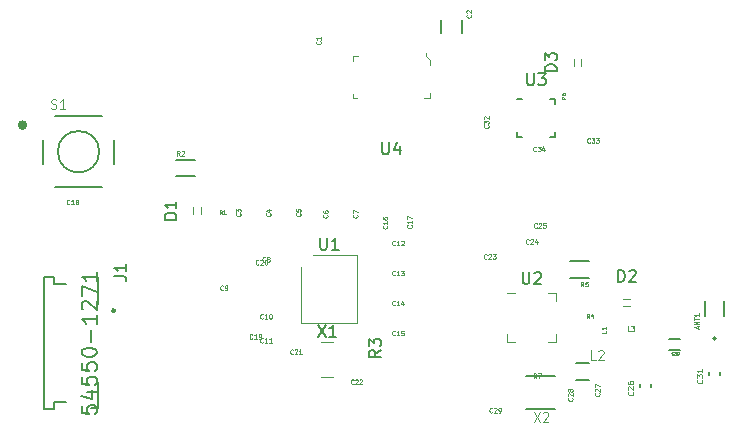
<source format=gbr>
%TF.GenerationSoftware,KiCad,Pcbnew,(5.1.6-0)*%
%TF.CreationDate,2020-10-11T20:53:06-05:00*%
%TF.ProjectId,BatBot,42617442-6f74-42e6-9b69-6361645f7063,rev?*%
%TF.SameCoordinates,Original*%
%TF.FileFunction,Legend,Top*%
%TF.FilePolarity,Positive*%
%FSLAX46Y46*%
G04 Gerber Fmt 4.6, Leading zero omitted, Abs format (unit mm)*
G04 Created by KiCad (PCBNEW (5.1.6-0)) date 2020-10-11 20:53:06*
%MOMM*%
%LPD*%
G01*
G04 APERTURE LIST*
%ADD10C,0.120000*%
%ADD11C,0.100000*%
%ADD12C,0.127000*%
%ADD13C,0.400000*%
%ADD14C,0.200000*%
%ADD15C,0.150000*%
%ADD16C,0.249999*%
%ADD17C,0.015000*%
G04 APERTURE END LIST*
D10*
%TO.C,U1*%
X120042500Y-108308500D02*
X120042500Y-103511500D01*
X124813500Y-108308500D02*
X120042500Y-108308500D01*
X124813500Y-102511500D02*
X124813500Y-108308500D01*
X121042500Y-102511500D02*
X124813500Y-102511500D01*
D11*
%TO.C,X1*%
X122277001Y-109897001D02*
X121777001Y-109897001D01*
X122277001Y-109897001D02*
X122777001Y-109897001D01*
X122277001Y-112897001D02*
X122777001Y-112897001D01*
X121777001Y-112897001D02*
X122277001Y-112897001D01*
D12*
%TO.C,X2*%
X141585000Y-112753000D02*
X139085000Y-112753000D01*
X139085000Y-115593000D02*
X141585000Y-115593000D01*
D13*
%TO.C,S1*%
X96669000Y-91539500D02*
G75*
G03*
X96669000Y-91539500I-200000J0D01*
G01*
D12*
X102969000Y-93789500D02*
G75*
G03*
X102969000Y-93789500I-1750000J0D01*
G01*
X99219000Y-96789500D02*
X103219000Y-96789500D01*
X99219000Y-90789500D02*
X103219000Y-90789500D01*
X104219000Y-92789500D02*
X104219000Y-94789500D01*
X98219000Y-92789500D02*
X98219000Y-94789500D01*
%TO.C,R5*%
X144437000Y-103069000D02*
X142837000Y-103069000D01*
X144437000Y-104449000D02*
X142837000Y-104449000D01*
%TO.C,R2*%
X109464000Y-95876500D02*
X111064000Y-95876500D01*
X109464000Y-94496500D02*
X111064000Y-94496500D01*
%TO.C,L2*%
X144421000Y-113080000D02*
X143361000Y-113080000D01*
X143361000Y-111710000D02*
X144421000Y-111710000D01*
%TO.C,C31*%
X155517000Y-112711000D02*
X155517000Y-112411000D01*
X154617000Y-112711000D02*
X154617000Y-112411000D01*
%TO.C,C30*%
X152187000Y-109629000D02*
X151187000Y-109629000D01*
X151187000Y-110589000D02*
X152187000Y-110589000D01*
%TO.C,C26*%
X149675000Y-113727000D02*
X149675000Y-113427000D01*
X148775000Y-113727000D02*
X148775000Y-113427000D01*
%TO.C,C2*%
X131878500Y-82645500D02*
X131878500Y-83725500D01*
X133678500Y-82645500D02*
X133678500Y-83725500D01*
%TO.C,ANT1*%
X155867000Y-107661000D02*
X155867000Y-106461000D01*
X154267000Y-107661000D02*
X154267000Y-106461000D01*
D14*
X155167000Y-109619000D02*
G75*
G03*
X155167000Y-109619000I-100000J0D01*
G01*
D11*
%TO.C,U4*%
X124423500Y-89214500D02*
X124423500Y-88914500D01*
X124798500Y-89214500D02*
X124423500Y-89214500D01*
X130973500Y-89214500D02*
X130973500Y-88814500D01*
X130473500Y-89214500D02*
X130973500Y-89214500D01*
X124423500Y-85664500D02*
X124873500Y-85664500D01*
X124423500Y-86139500D02*
X124423500Y-85664500D01*
X130673500Y-85664500D02*
X130673500Y-85469500D01*
X130973500Y-85989500D02*
X130673500Y-85664500D01*
X130973500Y-86464500D02*
X130973500Y-85989500D01*
D15*
%TO.C,U3*%
X138355501Y-89350001D02*
X138755501Y-89350001D01*
X141555501Y-89350001D02*
X141155501Y-89350001D01*
X141555501Y-89350001D02*
X141555501Y-89750001D01*
X141555501Y-92550001D02*
X141155501Y-92550001D01*
X141555501Y-92550001D02*
X141555501Y-92150001D01*
X138355501Y-92550001D02*
X138755501Y-92550001D01*
X138355501Y-92550001D02*
X138355501Y-92150001D01*
D10*
%TO.C,U2*%
X138188000Y-105713000D02*
X137463000Y-105713000D01*
X141683000Y-109933000D02*
X141683000Y-109208000D01*
X140958000Y-109933000D02*
X141683000Y-109933000D01*
X137463000Y-109933000D02*
X137463000Y-109208000D01*
X138188000Y-109933000D02*
X137463000Y-109933000D01*
X141683000Y-105713000D02*
X141683000Y-106438000D01*
X140958000Y-105713000D02*
X141683000Y-105713000D01*
D16*
%TO.C,J1*%
X104309202Y-107231995D02*
G75*
G03*
X104309202Y-107231995I-125001J0D01*
G01*
D15*
X99134201Y-104981997D02*
X100184199Y-104981997D01*
X102284200Y-104431998D02*
X102884201Y-104431998D01*
X102884201Y-104431998D02*
X102884201Y-106681996D01*
X99134201Y-104381996D02*
X99134201Y-104981997D01*
X98334200Y-104381996D02*
X98334200Y-115581999D01*
X98334185Y-104382004D02*
X99134201Y-104382004D01*
X102884201Y-113282001D02*
X102884201Y-115531999D01*
X99134224Y-114982000D02*
X100184199Y-114982000D01*
X99134224Y-114982000D02*
X99134224Y-115581999D01*
X102284200Y-115531999D02*
X102884201Y-115531999D01*
X98334185Y-115581999D02*
X99134201Y-115581999D01*
D10*
%TO.C,D3*%
X143146500Y-86533000D02*
X143146500Y-85933000D01*
X143746500Y-86533000D02*
X143746500Y-85933000D01*
%TO.C,D2*%
X147339000Y-106253000D02*
X147939000Y-106253000D01*
X147339000Y-106853000D02*
X147939000Y-106853000D01*
%TO.C,D1*%
X110952000Y-99106000D02*
X110952000Y-98506000D01*
X111552000Y-99106000D02*
X111552000Y-98506000D01*
%TO.C,U1*%
D15*
X121666095Y-101088880D02*
X121666095Y-101898404D01*
X121713714Y-101993642D01*
X121761333Y-102041261D01*
X121856571Y-102088880D01*
X122047047Y-102088880D01*
X122142285Y-102041261D01*
X122189904Y-101993642D01*
X122237523Y-101898404D01*
X122237523Y-101088880D01*
X123237523Y-102088880D02*
X122666095Y-102088880D01*
X122951809Y-102088880D02*
X122951809Y-101088880D01*
X122856571Y-101231738D01*
X122761333Y-101326976D01*
X122666095Y-101374595D01*
%TO.C,X1*%
X121467477Y-108469381D02*
X122134143Y-109469381D01*
X122134143Y-108469381D02*
X121467477Y-109469381D01*
X123038905Y-109469381D02*
X122467477Y-109469381D01*
X122753191Y-109469381D02*
X122753191Y-108469381D01*
X122657953Y-108612239D01*
X122562715Y-108707477D01*
X122467477Y-108755096D01*
%TO.C,C21*%
D17*
X119375906Y-110886607D02*
X119357158Y-110905355D01*
X119300915Y-110924102D01*
X119263420Y-110924102D01*
X119207177Y-110905355D01*
X119169682Y-110867859D01*
X119150934Y-110830364D01*
X119132186Y-110755373D01*
X119132186Y-110699130D01*
X119150934Y-110624140D01*
X119169682Y-110586644D01*
X119207177Y-110549149D01*
X119263420Y-110530401D01*
X119300915Y-110530401D01*
X119357158Y-110549149D01*
X119375906Y-110567897D01*
X119525887Y-110567897D02*
X119544635Y-110549149D01*
X119582130Y-110530401D01*
X119675869Y-110530401D01*
X119713364Y-110549149D01*
X119732112Y-110567897D01*
X119750859Y-110605392D01*
X119750859Y-110642887D01*
X119732112Y-110699130D01*
X119507140Y-110924102D01*
X119750859Y-110924102D01*
X120125813Y-110924102D02*
X119900841Y-110924102D01*
X120013327Y-110924102D02*
X120013327Y-110530401D01*
X119975831Y-110586644D01*
X119938336Y-110624140D01*
X119900841Y-110642887D01*
%TO.C,C22*%
X124502406Y-113422607D02*
X124483658Y-113441355D01*
X124427415Y-113460102D01*
X124389920Y-113460102D01*
X124333677Y-113441355D01*
X124296182Y-113403859D01*
X124277434Y-113366364D01*
X124258686Y-113291373D01*
X124258686Y-113235130D01*
X124277434Y-113160140D01*
X124296182Y-113122644D01*
X124333677Y-113085149D01*
X124389920Y-113066401D01*
X124427415Y-113066401D01*
X124483658Y-113085149D01*
X124502406Y-113103897D01*
X124652387Y-113103897D02*
X124671135Y-113085149D01*
X124708630Y-113066401D01*
X124802369Y-113066401D01*
X124839864Y-113085149D01*
X124858612Y-113103897D01*
X124877359Y-113141392D01*
X124877359Y-113178887D01*
X124858612Y-113235130D01*
X124633640Y-113460102D01*
X124877359Y-113460102D01*
X125027341Y-113103897D02*
X125046088Y-113085149D01*
X125083584Y-113066401D01*
X125177322Y-113066401D01*
X125214817Y-113085149D01*
X125233565Y-113103897D01*
X125252313Y-113141392D01*
X125252313Y-113178887D01*
X125233565Y-113235130D01*
X125008593Y-113460102D01*
X125252313Y-113460102D01*
%TO.C,X2*%
X139747380Y-115842904D02*
X140280714Y-116642904D01*
X140280714Y-115842904D02*
X139747380Y-116642904D01*
X140547380Y-115919095D02*
X140585476Y-115881000D01*
X140661666Y-115842904D01*
X140852142Y-115842904D01*
X140928333Y-115881000D01*
X140966428Y-115919095D01*
X141004523Y-115995285D01*
X141004523Y-116071476D01*
X140966428Y-116185761D01*
X140509285Y-116642904D01*
X141004523Y-116642904D01*
%TO.C,S1*%
X98895984Y-90099784D02*
X99010440Y-90137936D01*
X99201202Y-90137936D01*
X99277506Y-90099784D01*
X99315658Y-90061631D01*
X99353811Y-89985327D01*
X99353811Y-89909022D01*
X99315658Y-89832718D01*
X99277506Y-89794566D01*
X99201202Y-89756413D01*
X99048593Y-89718261D01*
X98972288Y-89680109D01*
X98934136Y-89641957D01*
X98895984Y-89565652D01*
X98895984Y-89489348D01*
X98934136Y-89413043D01*
X98972288Y-89374891D01*
X99048593Y-89336739D01*
X99239354Y-89336739D01*
X99353811Y-89374891D01*
X100116855Y-90137936D02*
X99659028Y-90137936D01*
X99887942Y-90137936D02*
X99887942Y-89336739D01*
X99811637Y-89451195D01*
X99735333Y-89527500D01*
X99659028Y-89565652D01*
%TO.C,R7*%
X139979383Y-112945102D02*
X139848149Y-112757626D01*
X139754411Y-112945102D02*
X139754411Y-112551401D01*
X139904392Y-112551401D01*
X139941887Y-112570149D01*
X139960635Y-112588897D01*
X139979383Y-112626392D01*
X139979383Y-112682635D01*
X139960635Y-112720130D01*
X139941887Y-112738878D01*
X139904392Y-112757626D01*
X139754411Y-112757626D01*
X140110616Y-112551401D02*
X140373084Y-112551401D01*
X140204355Y-112945102D01*
%TO.C,R6*%
X142447141Y-89147667D02*
X142293876Y-89254953D01*
X142447141Y-89331586D02*
X142125284Y-89331586D01*
X142125284Y-89208973D01*
X142140611Y-89178320D01*
X142155938Y-89162994D01*
X142186591Y-89147667D01*
X142232570Y-89147667D01*
X142263223Y-89162994D01*
X142278550Y-89178320D01*
X142293876Y-89208973D01*
X142293876Y-89331586D01*
X142125284Y-88871790D02*
X142125284Y-88933096D01*
X142140611Y-88963749D01*
X142155938Y-88979076D01*
X142201917Y-89009729D01*
X142263223Y-89025055D01*
X142385835Y-89025055D01*
X142416488Y-89009729D01*
X142431815Y-88994402D01*
X142447141Y-88963749D01*
X142447141Y-88902443D01*
X142431815Y-88871790D01*
X142416488Y-88856463D01*
X142385835Y-88841137D01*
X142309203Y-88841137D01*
X142278550Y-88856463D01*
X142263223Y-88871790D01*
X142247897Y-88902443D01*
X142247897Y-88963749D01*
X142263223Y-88994402D01*
X142278550Y-89009729D01*
X142309203Y-89025055D01*
%TO.C,R5*%
X143974272Y-105198304D02*
X143835698Y-105000340D01*
X143736716Y-105198304D02*
X143736716Y-104782581D01*
X143895087Y-104782581D01*
X143934680Y-104802377D01*
X143954476Y-104822173D01*
X143974272Y-104861766D01*
X143974272Y-104921155D01*
X143954476Y-104960748D01*
X143934680Y-104980544D01*
X143895087Y-105000340D01*
X143736716Y-105000340D01*
X144350403Y-104782581D02*
X144152439Y-104782581D01*
X144132643Y-104980544D01*
X144152439Y-104960748D01*
X144192032Y-104940951D01*
X144291014Y-104940951D01*
X144330606Y-104960748D01*
X144350403Y-104980544D01*
X144370199Y-105020137D01*
X144370199Y-105119118D01*
X144350403Y-105158711D01*
X144330606Y-105178507D01*
X144291014Y-105198304D01*
X144192032Y-105198304D01*
X144152439Y-105178507D01*
X144132643Y-105158711D01*
%TO.C,R4*%
X144465382Y-107843561D02*
X144358096Y-107690296D01*
X144281463Y-107843561D02*
X144281463Y-107521704D01*
X144404076Y-107521704D01*
X144434729Y-107537031D01*
X144450055Y-107552358D01*
X144465382Y-107583011D01*
X144465382Y-107628990D01*
X144450055Y-107659643D01*
X144434729Y-107674970D01*
X144404076Y-107690296D01*
X144281463Y-107690296D01*
X144741259Y-107628990D02*
X144741259Y-107843561D01*
X144664626Y-107506378D02*
X144587994Y-107736276D01*
X144787239Y-107736276D01*
%TO.C,R2*%
X109788152Y-94123326D02*
X109649578Y-93925362D01*
X109550596Y-94123326D02*
X109550596Y-93707603D01*
X109708967Y-93707603D01*
X109748560Y-93727399D01*
X109768356Y-93747195D01*
X109788152Y-93786788D01*
X109788152Y-93846177D01*
X109768356Y-93885770D01*
X109748560Y-93905566D01*
X109708967Y-93925362D01*
X109550596Y-93925362D01*
X109946523Y-93747195D02*
X109966319Y-93727399D01*
X110005912Y-93707603D01*
X110104894Y-93707603D01*
X110144486Y-93727399D01*
X110164283Y-93747195D01*
X110184079Y-93786788D01*
X110184079Y-93826381D01*
X110164283Y-93885770D01*
X109926727Y-94123326D01*
X110184079Y-94123326D01*
%TO.C,R1*%
X113364332Y-99076641D02*
X113257046Y-98923376D01*
X113180413Y-99076641D02*
X113180413Y-98754784D01*
X113303026Y-98754784D01*
X113333679Y-98770111D01*
X113349005Y-98785438D01*
X113364332Y-98816091D01*
X113364332Y-98862070D01*
X113349005Y-98892723D01*
X113333679Y-98908050D01*
X113303026Y-98923376D01*
X113180413Y-98923376D01*
X113670862Y-99076641D02*
X113486944Y-99076641D01*
X113578903Y-99076641D02*
X113578903Y-98754784D01*
X113548250Y-98800764D01*
X113517597Y-98831417D01*
X113486944Y-98846744D01*
%TO.C,L3*%
X147937383Y-108967102D02*
X147749906Y-108967102D01*
X147749906Y-108573401D01*
X148031121Y-108573401D02*
X148274841Y-108573401D01*
X148143607Y-108723383D01*
X148199850Y-108723383D01*
X148237345Y-108742130D01*
X148256093Y-108760878D01*
X148274841Y-108798373D01*
X148274841Y-108892112D01*
X148256093Y-108929607D01*
X148237345Y-108948355D01*
X148199850Y-108967102D01*
X148087364Y-108967102D01*
X148049869Y-108948355D01*
X148031121Y-108929607D01*
%TO.C,L2*%
X144997666Y-111408904D02*
X144616714Y-111408904D01*
X144616714Y-110608904D01*
X145226238Y-110685095D02*
X145264333Y-110647000D01*
X145340523Y-110608904D01*
X145531000Y-110608904D01*
X145607190Y-110647000D01*
X145645285Y-110685095D01*
X145683380Y-110761285D01*
X145683380Y-110837476D01*
X145645285Y-110951761D01*
X145188142Y-111408904D01*
X145683380Y-111408904D01*
%TO.C,L1*%
X145897102Y-108952616D02*
X145897102Y-109140093D01*
X145503401Y-109140093D01*
X145897102Y-108615158D02*
X145897102Y-108840130D01*
X145897102Y-108727644D02*
X145503401Y-108727644D01*
X145559644Y-108765140D01*
X145597140Y-108802635D01*
X145615887Y-108840130D01*
%TO.C,C34*%
X139959406Y-93709607D02*
X139940658Y-93728355D01*
X139884415Y-93747102D01*
X139846920Y-93747102D01*
X139790677Y-93728355D01*
X139753182Y-93690859D01*
X139734434Y-93653364D01*
X139715686Y-93578373D01*
X139715686Y-93522130D01*
X139734434Y-93447140D01*
X139753182Y-93409644D01*
X139790677Y-93372149D01*
X139846920Y-93353401D01*
X139884415Y-93353401D01*
X139940658Y-93372149D01*
X139959406Y-93390897D01*
X140090640Y-93353401D02*
X140334359Y-93353401D01*
X140203126Y-93503383D01*
X140259369Y-93503383D01*
X140296864Y-93522130D01*
X140315612Y-93540878D01*
X140334359Y-93578373D01*
X140334359Y-93672112D01*
X140315612Y-93709607D01*
X140296864Y-93728355D01*
X140259369Y-93747102D01*
X140146883Y-93747102D01*
X140109387Y-93728355D01*
X140090640Y-93709607D01*
X140671817Y-93484635D02*
X140671817Y-93747102D01*
X140578079Y-93334654D02*
X140484341Y-93615869D01*
X140728060Y-93615869D01*
%TO.C,C33*%
X144528406Y-93007607D02*
X144509658Y-93026355D01*
X144453415Y-93045102D01*
X144415920Y-93045102D01*
X144359677Y-93026355D01*
X144322182Y-92988859D01*
X144303434Y-92951364D01*
X144284686Y-92876373D01*
X144284686Y-92820130D01*
X144303434Y-92745140D01*
X144322182Y-92707644D01*
X144359677Y-92670149D01*
X144415920Y-92651401D01*
X144453415Y-92651401D01*
X144509658Y-92670149D01*
X144528406Y-92688897D01*
X144659640Y-92651401D02*
X144903359Y-92651401D01*
X144772126Y-92801383D01*
X144828369Y-92801383D01*
X144865864Y-92820130D01*
X144884612Y-92838878D01*
X144903359Y-92876373D01*
X144903359Y-92970112D01*
X144884612Y-93007607D01*
X144865864Y-93026355D01*
X144828369Y-93045102D01*
X144715883Y-93045102D01*
X144678387Y-93026355D01*
X144659640Y-93007607D01*
X145034593Y-92651401D02*
X145278313Y-92651401D01*
X145147079Y-92801383D01*
X145203322Y-92801383D01*
X145240817Y-92820130D01*
X145259565Y-92838878D01*
X145278313Y-92876373D01*
X145278313Y-92970112D01*
X145259565Y-93007607D01*
X145240817Y-93026355D01*
X145203322Y-93045102D01*
X145090836Y-93045102D01*
X145053341Y-93026355D01*
X145034593Y-93007607D01*
%TO.C,C32*%
X135903107Y-91552093D02*
X135921855Y-91570841D01*
X135940602Y-91627084D01*
X135940602Y-91664579D01*
X135921855Y-91720822D01*
X135884359Y-91758317D01*
X135846864Y-91777065D01*
X135771873Y-91795813D01*
X135715630Y-91795813D01*
X135640640Y-91777065D01*
X135603144Y-91758317D01*
X135565649Y-91720822D01*
X135546901Y-91664579D01*
X135546901Y-91627084D01*
X135565649Y-91570841D01*
X135584397Y-91552093D01*
X135546901Y-91420859D02*
X135546901Y-91177140D01*
X135696883Y-91308373D01*
X135696883Y-91252130D01*
X135715630Y-91214635D01*
X135734378Y-91195887D01*
X135771873Y-91177140D01*
X135865612Y-91177140D01*
X135903107Y-91195887D01*
X135921855Y-91214635D01*
X135940602Y-91252130D01*
X135940602Y-91364616D01*
X135921855Y-91402112D01*
X135903107Y-91420859D01*
X135584397Y-91027158D02*
X135565649Y-91008411D01*
X135546901Y-90970915D01*
X135546901Y-90877177D01*
X135565649Y-90839682D01*
X135584397Y-90820934D01*
X135621892Y-90802186D01*
X135659387Y-90802186D01*
X135715630Y-90820934D01*
X135940602Y-91045906D01*
X135940602Y-90802186D01*
%TO.C,C31*%
X153997056Y-113101565D02*
X154019631Y-113124139D01*
X154042205Y-113191863D01*
X154042205Y-113237013D01*
X154019631Y-113304736D01*
X153974482Y-113349886D01*
X153929332Y-113372460D01*
X153839034Y-113395035D01*
X153771310Y-113395035D01*
X153681011Y-113372460D01*
X153635862Y-113349886D01*
X153590713Y-113304736D01*
X153568138Y-113237013D01*
X153568138Y-113191863D01*
X153590713Y-113124139D01*
X153613288Y-113101565D01*
X153568138Y-112943543D02*
X153568138Y-112650072D01*
X153748735Y-112808095D01*
X153748735Y-112740371D01*
X153771310Y-112695222D01*
X153793885Y-112672647D01*
X153839034Y-112650072D01*
X153951907Y-112650072D01*
X153997056Y-112672647D01*
X154019631Y-112695222D01*
X154042205Y-112740371D01*
X154042205Y-112875819D01*
X154019631Y-112920968D01*
X153997056Y-112943543D01*
X154042205Y-112198580D02*
X154042205Y-112469476D01*
X154042205Y-112334028D02*
X153568138Y-112334028D01*
X153635862Y-112379177D01*
X153681011Y-112424326D01*
X153703586Y-112469476D01*
%TO.C,C30*%
X151569828Y-110953599D02*
X151558311Y-110965116D01*
X151523761Y-110976633D01*
X151500727Y-110976633D01*
X151466176Y-110965116D01*
X151443143Y-110942082D01*
X151431626Y-110919048D01*
X151420109Y-110872981D01*
X151420109Y-110838430D01*
X151431626Y-110792363D01*
X151443143Y-110769329D01*
X151466176Y-110746296D01*
X151500727Y-110734779D01*
X151523761Y-110734779D01*
X151558311Y-110746296D01*
X151569828Y-110757812D01*
X151650446Y-110734779D02*
X151800165Y-110734779D01*
X151719547Y-110826914D01*
X151754098Y-110826914D01*
X151777131Y-110838430D01*
X151788648Y-110849947D01*
X151800165Y-110872981D01*
X151800165Y-110930565D01*
X151788648Y-110953599D01*
X151777131Y-110965116D01*
X151754098Y-110976633D01*
X151684997Y-110976633D01*
X151661963Y-110965116D01*
X151650446Y-110953599D01*
X151949884Y-110734779D02*
X151972918Y-110734779D01*
X151995952Y-110746296D01*
X152007469Y-110757812D01*
X152018985Y-110780846D01*
X152030502Y-110826914D01*
X152030502Y-110884498D01*
X152018985Y-110930565D01*
X152007469Y-110953599D01*
X151995952Y-110965116D01*
X151972918Y-110976633D01*
X151949884Y-110976633D01*
X151926851Y-110965116D01*
X151915334Y-110953599D01*
X151903817Y-110930565D01*
X151892300Y-110884498D01*
X151892300Y-110826914D01*
X151903817Y-110780846D01*
X151915334Y-110757812D01*
X151926851Y-110746296D01*
X151949884Y-110734779D01*
%TO.C,C29*%
X136249906Y-115835607D02*
X136231158Y-115854355D01*
X136174915Y-115873102D01*
X136137420Y-115873102D01*
X136081177Y-115854355D01*
X136043682Y-115816859D01*
X136024934Y-115779364D01*
X136006186Y-115704373D01*
X136006186Y-115648130D01*
X136024934Y-115573140D01*
X136043682Y-115535644D01*
X136081177Y-115498149D01*
X136137420Y-115479401D01*
X136174915Y-115479401D01*
X136231158Y-115498149D01*
X136249906Y-115516897D01*
X136399887Y-115516897D02*
X136418635Y-115498149D01*
X136456130Y-115479401D01*
X136549869Y-115479401D01*
X136587364Y-115498149D01*
X136606112Y-115516897D01*
X136624859Y-115554392D01*
X136624859Y-115591887D01*
X136606112Y-115648130D01*
X136381140Y-115873102D01*
X136624859Y-115873102D01*
X136812336Y-115873102D02*
X136887327Y-115873102D01*
X136924822Y-115854355D01*
X136943570Y-115835607D01*
X136981065Y-115779364D01*
X136999813Y-115704373D01*
X136999813Y-115554392D01*
X136981065Y-115516897D01*
X136962317Y-115498149D01*
X136924822Y-115479401D01*
X136849831Y-115479401D01*
X136812336Y-115498149D01*
X136793588Y-115516897D01*
X136774841Y-115554392D01*
X136774841Y-115648130D01*
X136793588Y-115685626D01*
X136812336Y-115704373D01*
X136849831Y-115723121D01*
X136924822Y-115723121D01*
X136962317Y-115704373D01*
X136981065Y-115685626D01*
X136999813Y-115648130D01*
%TO.C,C28*%
X143017607Y-114631093D02*
X143036355Y-114649841D01*
X143055102Y-114706084D01*
X143055102Y-114743579D01*
X143036355Y-114799822D01*
X142998859Y-114837317D01*
X142961364Y-114856065D01*
X142886373Y-114874813D01*
X142830130Y-114874813D01*
X142755140Y-114856065D01*
X142717644Y-114837317D01*
X142680149Y-114799822D01*
X142661401Y-114743579D01*
X142661401Y-114706084D01*
X142680149Y-114649841D01*
X142698897Y-114631093D01*
X142698897Y-114481112D02*
X142680149Y-114462364D01*
X142661401Y-114424869D01*
X142661401Y-114331130D01*
X142680149Y-114293635D01*
X142698897Y-114274887D01*
X142736392Y-114256140D01*
X142773887Y-114256140D01*
X142830130Y-114274887D01*
X143055102Y-114499859D01*
X143055102Y-114256140D01*
X142830130Y-114031168D02*
X142811383Y-114068663D01*
X142792635Y-114087411D01*
X142755140Y-114106158D01*
X142736392Y-114106158D01*
X142698897Y-114087411D01*
X142680149Y-114068663D01*
X142661401Y-114031168D01*
X142661401Y-113956177D01*
X142680149Y-113918682D01*
X142698897Y-113899934D01*
X142736392Y-113881186D01*
X142755140Y-113881186D01*
X142792635Y-113899934D01*
X142811383Y-113918682D01*
X142830130Y-113956177D01*
X142830130Y-114031168D01*
X142848878Y-114068663D01*
X142867626Y-114087411D01*
X142905121Y-114106158D01*
X142980112Y-114106158D01*
X143017607Y-114087411D01*
X143036355Y-114068663D01*
X143055102Y-114031168D01*
X143055102Y-113956177D01*
X143036355Y-113918682D01*
X143017607Y-113899934D01*
X142980112Y-113881186D01*
X142905121Y-113881186D01*
X142867626Y-113899934D01*
X142848878Y-113918682D01*
X142830130Y-113956177D01*
%TO.C,C27*%
X145301607Y-114227093D02*
X145320355Y-114245841D01*
X145339102Y-114302084D01*
X145339102Y-114339579D01*
X145320355Y-114395822D01*
X145282859Y-114433317D01*
X145245364Y-114452065D01*
X145170373Y-114470813D01*
X145114130Y-114470813D01*
X145039140Y-114452065D01*
X145001644Y-114433317D01*
X144964149Y-114395822D01*
X144945401Y-114339579D01*
X144945401Y-114302084D01*
X144964149Y-114245841D01*
X144982897Y-114227093D01*
X144982897Y-114077112D02*
X144964149Y-114058364D01*
X144945401Y-114020869D01*
X144945401Y-113927130D01*
X144964149Y-113889635D01*
X144982897Y-113870887D01*
X145020392Y-113852140D01*
X145057887Y-113852140D01*
X145114130Y-113870887D01*
X145339102Y-114095859D01*
X145339102Y-113852140D01*
X144945401Y-113720906D02*
X144945401Y-113458439D01*
X145339102Y-113627168D01*
%TO.C,C26*%
X148155056Y-114117565D02*
X148177631Y-114140139D01*
X148200205Y-114207863D01*
X148200205Y-114253013D01*
X148177631Y-114320736D01*
X148132482Y-114365886D01*
X148087332Y-114388460D01*
X147997034Y-114411035D01*
X147929310Y-114411035D01*
X147839011Y-114388460D01*
X147793862Y-114365886D01*
X147748713Y-114320736D01*
X147726138Y-114253013D01*
X147726138Y-114207863D01*
X147748713Y-114140139D01*
X147771288Y-114117565D01*
X147771288Y-113936968D02*
X147748713Y-113914393D01*
X147726138Y-113869244D01*
X147726138Y-113756371D01*
X147748713Y-113711222D01*
X147771288Y-113688647D01*
X147816437Y-113666072D01*
X147861586Y-113666072D01*
X147929310Y-113688647D01*
X148200205Y-113959543D01*
X148200205Y-113666072D01*
X147726138Y-113259729D02*
X147726138Y-113350028D01*
X147748713Y-113395177D01*
X147771288Y-113417752D01*
X147839011Y-113462901D01*
X147929310Y-113485476D01*
X148109907Y-113485476D01*
X148155056Y-113462901D01*
X148177631Y-113440326D01*
X148200205Y-113395177D01*
X148200205Y-113304879D01*
X148177631Y-113259729D01*
X148155056Y-113237155D01*
X148109907Y-113214580D01*
X147997034Y-113214580D01*
X147951885Y-113237155D01*
X147929310Y-113259729D01*
X147906735Y-113304879D01*
X147906735Y-113395177D01*
X147929310Y-113440326D01*
X147951885Y-113462901D01*
X147997034Y-113485476D01*
%TO.C,C25*%
X140029906Y-100205607D02*
X140011158Y-100224355D01*
X139954915Y-100243102D01*
X139917420Y-100243102D01*
X139861177Y-100224355D01*
X139823682Y-100186859D01*
X139804934Y-100149364D01*
X139786186Y-100074373D01*
X139786186Y-100018130D01*
X139804934Y-99943140D01*
X139823682Y-99905644D01*
X139861177Y-99868149D01*
X139917420Y-99849401D01*
X139954915Y-99849401D01*
X140011158Y-99868149D01*
X140029906Y-99886897D01*
X140179887Y-99886897D02*
X140198635Y-99868149D01*
X140236130Y-99849401D01*
X140329869Y-99849401D01*
X140367364Y-99868149D01*
X140386112Y-99886897D01*
X140404859Y-99924392D01*
X140404859Y-99961887D01*
X140386112Y-100018130D01*
X140161140Y-100243102D01*
X140404859Y-100243102D01*
X140761065Y-99849401D02*
X140573588Y-99849401D01*
X140554841Y-100036878D01*
X140573588Y-100018130D01*
X140611084Y-99999383D01*
X140704822Y-99999383D01*
X140742317Y-100018130D01*
X140761065Y-100036878D01*
X140779813Y-100074373D01*
X140779813Y-100168112D01*
X140761065Y-100205607D01*
X140742317Y-100224355D01*
X140704822Y-100243102D01*
X140611084Y-100243102D01*
X140573588Y-100224355D01*
X140554841Y-100205607D01*
%TO.C,C24*%
X139333906Y-101549607D02*
X139315158Y-101568355D01*
X139258915Y-101587102D01*
X139221420Y-101587102D01*
X139165177Y-101568355D01*
X139127682Y-101530859D01*
X139108934Y-101493364D01*
X139090186Y-101418373D01*
X139090186Y-101362130D01*
X139108934Y-101287140D01*
X139127682Y-101249644D01*
X139165177Y-101212149D01*
X139221420Y-101193401D01*
X139258915Y-101193401D01*
X139315158Y-101212149D01*
X139333906Y-101230897D01*
X139483887Y-101230897D02*
X139502635Y-101212149D01*
X139540130Y-101193401D01*
X139633869Y-101193401D01*
X139671364Y-101212149D01*
X139690112Y-101230897D01*
X139708859Y-101268392D01*
X139708859Y-101305887D01*
X139690112Y-101362130D01*
X139465140Y-101587102D01*
X139708859Y-101587102D01*
X140046317Y-101324635D02*
X140046317Y-101587102D01*
X139952579Y-101174654D02*
X139858841Y-101455869D01*
X140102560Y-101455869D01*
%TO.C,C23*%
X135777906Y-102819607D02*
X135759158Y-102838355D01*
X135702915Y-102857102D01*
X135665420Y-102857102D01*
X135609177Y-102838355D01*
X135571682Y-102800859D01*
X135552934Y-102763364D01*
X135534186Y-102688373D01*
X135534186Y-102632130D01*
X135552934Y-102557140D01*
X135571682Y-102519644D01*
X135609177Y-102482149D01*
X135665420Y-102463401D01*
X135702915Y-102463401D01*
X135759158Y-102482149D01*
X135777906Y-102500897D01*
X135927887Y-102500897D02*
X135946635Y-102482149D01*
X135984130Y-102463401D01*
X136077869Y-102463401D01*
X136115364Y-102482149D01*
X136134112Y-102500897D01*
X136152859Y-102538392D01*
X136152859Y-102575887D01*
X136134112Y-102632130D01*
X135909140Y-102857102D01*
X136152859Y-102857102D01*
X136284093Y-102463401D02*
X136527813Y-102463401D01*
X136396579Y-102613383D01*
X136452822Y-102613383D01*
X136490317Y-102632130D01*
X136509065Y-102650878D01*
X136527813Y-102688373D01*
X136527813Y-102782112D01*
X136509065Y-102819607D01*
X136490317Y-102838355D01*
X136452822Y-102857102D01*
X136340336Y-102857102D01*
X136302841Y-102838355D01*
X136284093Y-102819607D01*
%TO.C,C20*%
X116456906Y-103307607D02*
X116438158Y-103326355D01*
X116381915Y-103345102D01*
X116344420Y-103345102D01*
X116288177Y-103326355D01*
X116250682Y-103288859D01*
X116231934Y-103251364D01*
X116213186Y-103176373D01*
X116213186Y-103120130D01*
X116231934Y-103045140D01*
X116250682Y-103007644D01*
X116288177Y-102970149D01*
X116344420Y-102951401D01*
X116381915Y-102951401D01*
X116438158Y-102970149D01*
X116456906Y-102988897D01*
X116606887Y-102988897D02*
X116625635Y-102970149D01*
X116663130Y-102951401D01*
X116756869Y-102951401D01*
X116794364Y-102970149D01*
X116813112Y-102988897D01*
X116831859Y-103026392D01*
X116831859Y-103063887D01*
X116813112Y-103120130D01*
X116588140Y-103345102D01*
X116831859Y-103345102D01*
X117075579Y-102951401D02*
X117113074Y-102951401D01*
X117150570Y-102970149D01*
X117169317Y-102988897D01*
X117188065Y-103026392D01*
X117206813Y-103101383D01*
X117206813Y-103195121D01*
X117188065Y-103270112D01*
X117169317Y-103307607D01*
X117150570Y-103326355D01*
X117113074Y-103345102D01*
X117075579Y-103345102D01*
X117038084Y-103326355D01*
X117019336Y-103307607D01*
X117000588Y-103270112D01*
X116981841Y-103195121D01*
X116981841Y-103101383D01*
X117000588Y-103026392D01*
X117019336Y-102988897D01*
X117038084Y-102970149D01*
X117075579Y-102951401D01*
%TO.C,C19*%
X115948906Y-109594107D02*
X115930158Y-109612855D01*
X115873915Y-109631602D01*
X115836420Y-109631602D01*
X115780177Y-109612855D01*
X115742682Y-109575359D01*
X115723934Y-109537864D01*
X115705186Y-109462873D01*
X115705186Y-109406630D01*
X115723934Y-109331640D01*
X115742682Y-109294144D01*
X115780177Y-109256649D01*
X115836420Y-109237901D01*
X115873915Y-109237901D01*
X115930158Y-109256649D01*
X115948906Y-109275397D01*
X116323859Y-109631602D02*
X116098887Y-109631602D01*
X116211373Y-109631602D02*
X116211373Y-109237901D01*
X116173878Y-109294144D01*
X116136383Y-109331640D01*
X116098887Y-109350387D01*
X116511336Y-109631602D02*
X116586327Y-109631602D01*
X116623822Y-109612855D01*
X116642570Y-109594107D01*
X116680065Y-109537864D01*
X116698813Y-109462873D01*
X116698813Y-109312892D01*
X116680065Y-109275397D01*
X116661317Y-109256649D01*
X116623822Y-109237901D01*
X116548831Y-109237901D01*
X116511336Y-109256649D01*
X116492588Y-109275397D01*
X116473841Y-109312892D01*
X116473841Y-109406630D01*
X116492588Y-109444126D01*
X116511336Y-109462873D01*
X116548831Y-109481621D01*
X116623822Y-109481621D01*
X116661317Y-109462873D01*
X116680065Y-109444126D01*
X116698813Y-109406630D01*
%TO.C,C18*%
X100455906Y-98198107D02*
X100437158Y-98216855D01*
X100380915Y-98235602D01*
X100343420Y-98235602D01*
X100287177Y-98216855D01*
X100249682Y-98179359D01*
X100230934Y-98141864D01*
X100212186Y-98066873D01*
X100212186Y-98010630D01*
X100230934Y-97935640D01*
X100249682Y-97898144D01*
X100287177Y-97860649D01*
X100343420Y-97841901D01*
X100380915Y-97841901D01*
X100437158Y-97860649D01*
X100455906Y-97879397D01*
X100830859Y-98235602D02*
X100605887Y-98235602D01*
X100718373Y-98235602D02*
X100718373Y-97841901D01*
X100680878Y-97898144D01*
X100643383Y-97935640D01*
X100605887Y-97954387D01*
X101055831Y-98010630D02*
X101018336Y-97991883D01*
X100999588Y-97973135D01*
X100980841Y-97935640D01*
X100980841Y-97916892D01*
X100999588Y-97879397D01*
X101018336Y-97860649D01*
X101055831Y-97841901D01*
X101130822Y-97841901D01*
X101168317Y-97860649D01*
X101187065Y-97879397D01*
X101205813Y-97916892D01*
X101205813Y-97935640D01*
X101187065Y-97973135D01*
X101168317Y-97991883D01*
X101130822Y-98010630D01*
X101055831Y-98010630D01*
X101018336Y-98029378D01*
X100999588Y-98048126D01*
X100980841Y-98085621D01*
X100980841Y-98160612D01*
X100999588Y-98198107D01*
X101018336Y-98216855D01*
X101055831Y-98235602D01*
X101130822Y-98235602D01*
X101168317Y-98216855D01*
X101187065Y-98198107D01*
X101205813Y-98160612D01*
X101205813Y-98085621D01*
X101187065Y-98048126D01*
X101168317Y-98029378D01*
X101130822Y-98010630D01*
%TO.C,C17*%
X129396607Y-100007093D02*
X129415355Y-100025841D01*
X129434102Y-100082084D01*
X129434102Y-100119579D01*
X129415355Y-100175822D01*
X129377859Y-100213317D01*
X129340364Y-100232065D01*
X129265373Y-100250813D01*
X129209130Y-100250813D01*
X129134140Y-100232065D01*
X129096644Y-100213317D01*
X129059149Y-100175822D01*
X129040401Y-100119579D01*
X129040401Y-100082084D01*
X129059149Y-100025841D01*
X129077897Y-100007093D01*
X129434102Y-99632140D02*
X129434102Y-99857112D01*
X129434102Y-99744626D02*
X129040401Y-99744626D01*
X129096644Y-99782121D01*
X129134140Y-99819616D01*
X129152887Y-99857112D01*
X129040401Y-99500906D02*
X129040401Y-99238439D01*
X129434102Y-99407168D01*
%TO.C,C16*%
X127330607Y-100061093D02*
X127349355Y-100079841D01*
X127368102Y-100136084D01*
X127368102Y-100173579D01*
X127349355Y-100229822D01*
X127311859Y-100267317D01*
X127274364Y-100286065D01*
X127199373Y-100304813D01*
X127143130Y-100304813D01*
X127068140Y-100286065D01*
X127030644Y-100267317D01*
X126993149Y-100229822D01*
X126974401Y-100173579D01*
X126974401Y-100136084D01*
X126993149Y-100079841D01*
X127011897Y-100061093D01*
X127368102Y-99686140D02*
X127368102Y-99911112D01*
X127368102Y-99798626D02*
X126974401Y-99798626D01*
X127030644Y-99836121D01*
X127068140Y-99873616D01*
X127086887Y-99911112D01*
X126974401Y-99348682D02*
X126974401Y-99423672D01*
X126993149Y-99461168D01*
X127011897Y-99479915D01*
X127068140Y-99517411D01*
X127143130Y-99536158D01*
X127293112Y-99536158D01*
X127330607Y-99517411D01*
X127349355Y-99498663D01*
X127368102Y-99461168D01*
X127368102Y-99386177D01*
X127349355Y-99348682D01*
X127330607Y-99329934D01*
X127293112Y-99311186D01*
X127199373Y-99311186D01*
X127161878Y-99329934D01*
X127143130Y-99348682D01*
X127124383Y-99386177D01*
X127124383Y-99461168D01*
X127143130Y-99498663D01*
X127161878Y-99517411D01*
X127199373Y-99536158D01*
%TO.C,C15*%
X128014906Y-109310607D02*
X127996158Y-109329355D01*
X127939915Y-109348102D01*
X127902420Y-109348102D01*
X127846177Y-109329355D01*
X127808682Y-109291859D01*
X127789934Y-109254364D01*
X127771186Y-109179373D01*
X127771186Y-109123130D01*
X127789934Y-109048140D01*
X127808682Y-109010644D01*
X127846177Y-108973149D01*
X127902420Y-108954401D01*
X127939915Y-108954401D01*
X127996158Y-108973149D01*
X128014906Y-108991897D01*
X128389859Y-109348102D02*
X128164887Y-109348102D01*
X128277373Y-109348102D02*
X128277373Y-108954401D01*
X128239878Y-109010644D01*
X128202383Y-109048140D01*
X128164887Y-109066887D01*
X128746065Y-108954401D02*
X128558588Y-108954401D01*
X128539841Y-109141878D01*
X128558588Y-109123130D01*
X128596084Y-109104383D01*
X128689822Y-109104383D01*
X128727317Y-109123130D01*
X128746065Y-109141878D01*
X128764813Y-109179373D01*
X128764813Y-109273112D01*
X128746065Y-109310607D01*
X128727317Y-109329355D01*
X128689822Y-109348102D01*
X128596084Y-109348102D01*
X128558588Y-109329355D01*
X128539841Y-109310607D01*
%TO.C,C14*%
X128014906Y-106770607D02*
X127996158Y-106789355D01*
X127939915Y-106808102D01*
X127902420Y-106808102D01*
X127846177Y-106789355D01*
X127808682Y-106751859D01*
X127789934Y-106714364D01*
X127771186Y-106639373D01*
X127771186Y-106583130D01*
X127789934Y-106508140D01*
X127808682Y-106470644D01*
X127846177Y-106433149D01*
X127902420Y-106414401D01*
X127939915Y-106414401D01*
X127996158Y-106433149D01*
X128014906Y-106451897D01*
X128389859Y-106808102D02*
X128164887Y-106808102D01*
X128277373Y-106808102D02*
X128277373Y-106414401D01*
X128239878Y-106470644D01*
X128202383Y-106508140D01*
X128164887Y-106526887D01*
X128727317Y-106545635D02*
X128727317Y-106808102D01*
X128633579Y-106395654D02*
X128539841Y-106676869D01*
X128783560Y-106676869D01*
%TO.C,C13*%
X128014906Y-104230607D02*
X127996158Y-104249355D01*
X127939915Y-104268102D01*
X127902420Y-104268102D01*
X127846177Y-104249355D01*
X127808682Y-104211859D01*
X127789934Y-104174364D01*
X127771186Y-104099373D01*
X127771186Y-104043130D01*
X127789934Y-103968140D01*
X127808682Y-103930644D01*
X127846177Y-103893149D01*
X127902420Y-103874401D01*
X127939915Y-103874401D01*
X127996158Y-103893149D01*
X128014906Y-103911897D01*
X128389859Y-104268102D02*
X128164887Y-104268102D01*
X128277373Y-104268102D02*
X128277373Y-103874401D01*
X128239878Y-103930644D01*
X128202383Y-103968140D01*
X128164887Y-103986887D01*
X128521093Y-103874401D02*
X128764813Y-103874401D01*
X128633579Y-104024383D01*
X128689822Y-104024383D01*
X128727317Y-104043130D01*
X128746065Y-104061878D01*
X128764813Y-104099373D01*
X128764813Y-104193112D01*
X128746065Y-104230607D01*
X128727317Y-104249355D01*
X128689822Y-104268102D01*
X128577336Y-104268102D01*
X128539841Y-104249355D01*
X128521093Y-104230607D01*
%TO.C,C12*%
X128014906Y-101690607D02*
X127996158Y-101709355D01*
X127939915Y-101728102D01*
X127902420Y-101728102D01*
X127846177Y-101709355D01*
X127808682Y-101671859D01*
X127789934Y-101634364D01*
X127771186Y-101559373D01*
X127771186Y-101503130D01*
X127789934Y-101428140D01*
X127808682Y-101390644D01*
X127846177Y-101353149D01*
X127902420Y-101334401D01*
X127939915Y-101334401D01*
X127996158Y-101353149D01*
X128014906Y-101371897D01*
X128389859Y-101728102D02*
X128164887Y-101728102D01*
X128277373Y-101728102D02*
X128277373Y-101334401D01*
X128239878Y-101390644D01*
X128202383Y-101428140D01*
X128164887Y-101446887D01*
X128539841Y-101371897D02*
X128558588Y-101353149D01*
X128596084Y-101334401D01*
X128689822Y-101334401D01*
X128727317Y-101353149D01*
X128746065Y-101371897D01*
X128764813Y-101409392D01*
X128764813Y-101446887D01*
X128746065Y-101503130D01*
X128521093Y-101728102D01*
X128764813Y-101728102D01*
%TO.C,C11*%
X116842906Y-109918607D02*
X116824158Y-109937355D01*
X116767915Y-109956102D01*
X116730420Y-109956102D01*
X116674177Y-109937355D01*
X116636682Y-109899859D01*
X116617934Y-109862364D01*
X116599186Y-109787373D01*
X116599186Y-109731130D01*
X116617934Y-109656140D01*
X116636682Y-109618644D01*
X116674177Y-109581149D01*
X116730420Y-109562401D01*
X116767915Y-109562401D01*
X116824158Y-109581149D01*
X116842906Y-109599897D01*
X117217859Y-109956102D02*
X116992887Y-109956102D01*
X117105373Y-109956102D02*
X117105373Y-109562401D01*
X117067878Y-109618644D01*
X117030383Y-109656140D01*
X116992887Y-109674887D01*
X117592813Y-109956102D02*
X117367841Y-109956102D01*
X117480327Y-109956102D02*
X117480327Y-109562401D01*
X117442831Y-109618644D01*
X117405336Y-109656140D01*
X117367841Y-109674887D01*
%TO.C,C10*%
X116842906Y-107886607D02*
X116824158Y-107905355D01*
X116767915Y-107924102D01*
X116730420Y-107924102D01*
X116674177Y-107905355D01*
X116636682Y-107867859D01*
X116617934Y-107830364D01*
X116599186Y-107755373D01*
X116599186Y-107699130D01*
X116617934Y-107624140D01*
X116636682Y-107586644D01*
X116674177Y-107549149D01*
X116730420Y-107530401D01*
X116767915Y-107530401D01*
X116824158Y-107549149D01*
X116842906Y-107567897D01*
X117217859Y-107924102D02*
X116992887Y-107924102D01*
X117105373Y-107924102D02*
X117105373Y-107530401D01*
X117067878Y-107586644D01*
X117030383Y-107624140D01*
X116992887Y-107642887D01*
X117461579Y-107530401D02*
X117499074Y-107530401D01*
X117536570Y-107549149D01*
X117555317Y-107567897D01*
X117574065Y-107605392D01*
X117592813Y-107680383D01*
X117592813Y-107774121D01*
X117574065Y-107849112D01*
X117555317Y-107886607D01*
X117536570Y-107905355D01*
X117499074Y-107924102D01*
X117461579Y-107924102D01*
X117424084Y-107905355D01*
X117405336Y-107886607D01*
X117386588Y-107849112D01*
X117367841Y-107774121D01*
X117367841Y-107680383D01*
X117386588Y-107605392D01*
X117405336Y-107567897D01*
X117424084Y-107549149D01*
X117461579Y-107530401D01*
%TO.C,C9*%
X113453383Y-105473607D02*
X113434635Y-105492355D01*
X113378392Y-105511102D01*
X113340897Y-105511102D01*
X113284654Y-105492355D01*
X113247158Y-105454859D01*
X113228411Y-105417364D01*
X113209663Y-105342373D01*
X113209663Y-105286130D01*
X113228411Y-105211140D01*
X113247158Y-105173644D01*
X113284654Y-105136149D01*
X113340897Y-105117401D01*
X113378392Y-105117401D01*
X113434635Y-105136149D01*
X113453383Y-105154897D01*
X113640859Y-105511102D02*
X113715850Y-105511102D01*
X113753345Y-105492355D01*
X113772093Y-105473607D01*
X113809588Y-105417364D01*
X113828336Y-105342373D01*
X113828336Y-105192392D01*
X113809588Y-105154897D01*
X113790841Y-105136149D01*
X113753345Y-105117401D01*
X113678355Y-105117401D01*
X113640859Y-105136149D01*
X113622112Y-105154897D01*
X113603364Y-105192392D01*
X113603364Y-105286130D01*
X113622112Y-105323626D01*
X113640859Y-105342373D01*
X113678355Y-105361121D01*
X113753345Y-105361121D01*
X113790841Y-105342373D01*
X113809588Y-105323626D01*
X113828336Y-105286130D01*
%TO.C,C8*%
X117030383Y-103060607D02*
X117011635Y-103079355D01*
X116955392Y-103098102D01*
X116917897Y-103098102D01*
X116861654Y-103079355D01*
X116824158Y-103041859D01*
X116805411Y-103004364D01*
X116786663Y-102929373D01*
X116786663Y-102873130D01*
X116805411Y-102798140D01*
X116824158Y-102760644D01*
X116861654Y-102723149D01*
X116917897Y-102704401D01*
X116955392Y-102704401D01*
X117011635Y-102723149D01*
X117030383Y-102741897D01*
X117255355Y-102873130D02*
X117217859Y-102854383D01*
X117199112Y-102835635D01*
X117180364Y-102798140D01*
X117180364Y-102779392D01*
X117199112Y-102741897D01*
X117217859Y-102723149D01*
X117255355Y-102704401D01*
X117330345Y-102704401D01*
X117367841Y-102723149D01*
X117386588Y-102741897D01*
X117405336Y-102779392D01*
X117405336Y-102798140D01*
X117386588Y-102835635D01*
X117367841Y-102854383D01*
X117330345Y-102873130D01*
X117255355Y-102873130D01*
X117217859Y-102891878D01*
X117199112Y-102910626D01*
X117180364Y-102948121D01*
X117180364Y-103023112D01*
X117199112Y-103060607D01*
X117217859Y-103079355D01*
X117255355Y-103098102D01*
X117330345Y-103098102D01*
X117367841Y-103079355D01*
X117386588Y-103060607D01*
X117405336Y-103023112D01*
X117405336Y-102948121D01*
X117386588Y-102910626D01*
X117367841Y-102891878D01*
X117330345Y-102873130D01*
%TO.C,C7*%
X124804607Y-99127616D02*
X124823355Y-99146364D01*
X124842102Y-99202607D01*
X124842102Y-99240102D01*
X124823355Y-99296345D01*
X124785859Y-99333841D01*
X124748364Y-99352588D01*
X124673373Y-99371336D01*
X124617130Y-99371336D01*
X124542140Y-99352588D01*
X124504644Y-99333841D01*
X124467149Y-99296345D01*
X124448401Y-99240102D01*
X124448401Y-99202607D01*
X124467149Y-99146364D01*
X124485897Y-99127616D01*
X124448401Y-98996383D02*
X124448401Y-98733915D01*
X124842102Y-98902644D01*
%TO.C,C6*%
X122264607Y-99127616D02*
X122283355Y-99146364D01*
X122302102Y-99202607D01*
X122302102Y-99240102D01*
X122283355Y-99296345D01*
X122245859Y-99333841D01*
X122208364Y-99352588D01*
X122133373Y-99371336D01*
X122077130Y-99371336D01*
X122002140Y-99352588D01*
X121964644Y-99333841D01*
X121927149Y-99296345D01*
X121908401Y-99240102D01*
X121908401Y-99202607D01*
X121927149Y-99146364D01*
X121945897Y-99127616D01*
X121908401Y-98790158D02*
X121908401Y-98865149D01*
X121927149Y-98902644D01*
X121945897Y-98921392D01*
X122002140Y-98958887D01*
X122077130Y-98977635D01*
X122227112Y-98977635D01*
X122264607Y-98958887D01*
X122283355Y-98940140D01*
X122302102Y-98902644D01*
X122302102Y-98827654D01*
X122283355Y-98790158D01*
X122264607Y-98771411D01*
X122227112Y-98752663D01*
X122133373Y-98752663D01*
X122095878Y-98771411D01*
X122077130Y-98790158D01*
X122058383Y-98827654D01*
X122058383Y-98902644D01*
X122077130Y-98940140D01*
X122095878Y-98958887D01*
X122133373Y-98977635D01*
%TO.C,C5*%
X119978607Y-99021616D02*
X119997355Y-99040364D01*
X120016102Y-99096607D01*
X120016102Y-99134102D01*
X119997355Y-99190345D01*
X119959859Y-99227841D01*
X119922364Y-99246588D01*
X119847373Y-99265336D01*
X119791130Y-99265336D01*
X119716140Y-99246588D01*
X119678644Y-99227841D01*
X119641149Y-99190345D01*
X119622401Y-99134102D01*
X119622401Y-99096607D01*
X119641149Y-99040364D01*
X119659897Y-99021616D01*
X119622401Y-98665411D02*
X119622401Y-98852887D01*
X119809878Y-98871635D01*
X119791130Y-98852887D01*
X119772383Y-98815392D01*
X119772383Y-98721654D01*
X119791130Y-98684158D01*
X119809878Y-98665411D01*
X119847373Y-98646663D01*
X119941112Y-98646663D01*
X119978607Y-98665411D01*
X119997355Y-98684158D01*
X120016102Y-98721654D01*
X120016102Y-98815392D01*
X119997355Y-98852887D01*
X119978607Y-98871635D01*
%TO.C,C4*%
X117438607Y-99021616D02*
X117457355Y-99040364D01*
X117476102Y-99096607D01*
X117476102Y-99134102D01*
X117457355Y-99190345D01*
X117419859Y-99227841D01*
X117382364Y-99246588D01*
X117307373Y-99265336D01*
X117251130Y-99265336D01*
X117176140Y-99246588D01*
X117138644Y-99227841D01*
X117101149Y-99190345D01*
X117082401Y-99134102D01*
X117082401Y-99096607D01*
X117101149Y-99040364D01*
X117119897Y-99021616D01*
X117213635Y-98684158D02*
X117476102Y-98684158D01*
X117063654Y-98777897D02*
X117344869Y-98871635D01*
X117344869Y-98627915D01*
%TO.C,C3*%
X114898607Y-99021616D02*
X114917355Y-99040364D01*
X114936102Y-99096607D01*
X114936102Y-99134102D01*
X114917355Y-99190345D01*
X114879859Y-99227841D01*
X114842364Y-99246588D01*
X114767373Y-99265336D01*
X114711130Y-99265336D01*
X114636140Y-99246588D01*
X114598644Y-99227841D01*
X114561149Y-99190345D01*
X114542401Y-99134102D01*
X114542401Y-99096607D01*
X114561149Y-99040364D01*
X114579897Y-99021616D01*
X114542401Y-98890383D02*
X114542401Y-98646663D01*
X114692383Y-98777897D01*
X114692383Y-98721654D01*
X114711130Y-98684158D01*
X114729878Y-98665411D01*
X114767373Y-98646663D01*
X114861112Y-98646663D01*
X114898607Y-98665411D01*
X114917355Y-98684158D01*
X114936102Y-98721654D01*
X114936102Y-98834140D01*
X114917355Y-98871635D01*
X114898607Y-98890383D01*
%TO.C,C2*%
X134419107Y-82191116D02*
X134437855Y-82209864D01*
X134456602Y-82266107D01*
X134456602Y-82303602D01*
X134437855Y-82359845D01*
X134400359Y-82397341D01*
X134362864Y-82416088D01*
X134287873Y-82434836D01*
X134231630Y-82434836D01*
X134156640Y-82416088D01*
X134119144Y-82397341D01*
X134081649Y-82359845D01*
X134062901Y-82303602D01*
X134062901Y-82266107D01*
X134081649Y-82209864D01*
X134100397Y-82191116D01*
X134100397Y-82041135D02*
X134081649Y-82022387D01*
X134062901Y-81984892D01*
X134062901Y-81891154D01*
X134081649Y-81853658D01*
X134100397Y-81834911D01*
X134137892Y-81816163D01*
X134175387Y-81816163D01*
X134231630Y-81834911D01*
X134456602Y-82059883D01*
X134456602Y-81816163D01*
%TO.C,C1*%
X121693107Y-84459116D02*
X121711855Y-84477864D01*
X121730602Y-84534107D01*
X121730602Y-84571602D01*
X121711855Y-84627845D01*
X121674359Y-84665341D01*
X121636864Y-84684088D01*
X121561873Y-84702836D01*
X121505630Y-84702836D01*
X121430640Y-84684088D01*
X121393144Y-84665341D01*
X121355649Y-84627845D01*
X121336901Y-84571602D01*
X121336901Y-84534107D01*
X121355649Y-84477864D01*
X121374397Y-84459116D01*
X121730602Y-84084163D02*
X121730602Y-84309135D01*
X121730602Y-84196649D02*
X121336901Y-84196649D01*
X121393144Y-84234144D01*
X121430640Y-84271640D01*
X121449387Y-84309135D01*
%TO.C,ANT1*%
X153632616Y-108758420D02*
X153632616Y-108570944D01*
X153745102Y-108795916D02*
X153351401Y-108664682D01*
X153745102Y-108533448D01*
X153745102Y-108402215D02*
X153351401Y-108402215D01*
X153745102Y-108177243D01*
X153351401Y-108177243D01*
X153351401Y-108046009D02*
X153351401Y-107821037D01*
X153745102Y-107933523D02*
X153351401Y-107933523D01*
X153745102Y-107483579D02*
X153745102Y-107708551D01*
X153745102Y-107596065D02*
X153351401Y-107596065D01*
X153407644Y-107633560D01*
X153445140Y-107671056D01*
X153463887Y-107708551D01*
%TO.C,U4*%
D15*
X126936595Y-92991880D02*
X126936595Y-93801404D01*
X126984214Y-93896642D01*
X127031833Y-93944261D01*
X127127071Y-93991880D01*
X127317547Y-93991880D01*
X127412785Y-93944261D01*
X127460404Y-93896642D01*
X127508023Y-93801404D01*
X127508023Y-92991880D01*
X128412785Y-93325214D02*
X128412785Y-93991880D01*
X128174690Y-92944261D02*
X127936595Y-93658547D01*
X128555642Y-93658547D01*
%TO.C,U3*%
X139193596Y-87152381D02*
X139193596Y-87961905D01*
X139241215Y-88057143D01*
X139288834Y-88104762D01*
X139384072Y-88152381D01*
X139574548Y-88152381D01*
X139669786Y-88104762D01*
X139717405Y-88057143D01*
X139765024Y-87961905D01*
X139765024Y-87152381D01*
X140145977Y-87152381D02*
X140765024Y-87152381D01*
X140431691Y-87533334D01*
X140574548Y-87533334D01*
X140669786Y-87580953D01*
X140717405Y-87628572D01*
X140765024Y-87723810D01*
X140765024Y-87961905D01*
X140717405Y-88057143D01*
X140669786Y-88104762D01*
X140574548Y-88152381D01*
X140288834Y-88152381D01*
X140193596Y-88104762D01*
X140145977Y-88057143D01*
%TO.C,U2*%
X138811095Y-103975380D02*
X138811095Y-104784904D01*
X138858714Y-104880142D01*
X138906333Y-104927761D01*
X139001571Y-104975380D01*
X139192047Y-104975380D01*
X139287285Y-104927761D01*
X139334904Y-104880142D01*
X139382523Y-104784904D01*
X139382523Y-103975380D01*
X139811095Y-104070619D02*
X139858714Y-104023000D01*
X139953952Y-103975380D01*
X140192047Y-103975380D01*
X140287285Y-104023000D01*
X140334904Y-104070619D01*
X140382523Y-104165857D01*
X140382523Y-104261095D01*
X140334904Y-104403952D01*
X139763476Y-104975380D01*
X140382523Y-104975380D01*
%TO.C,R3*%
X126817380Y-110593166D02*
X126341190Y-110926500D01*
X126817380Y-111164595D02*
X125817380Y-111164595D01*
X125817380Y-110783642D01*
X125865000Y-110688404D01*
X125912619Y-110640785D01*
X126007857Y-110593166D01*
X126150714Y-110593166D01*
X126245952Y-110640785D01*
X126293571Y-110688404D01*
X126341190Y-110783642D01*
X126341190Y-111164595D01*
X125817380Y-110259833D02*
X125817380Y-109640785D01*
X126198333Y-109974119D01*
X126198333Y-109831261D01*
X126245952Y-109736023D01*
X126293571Y-109688404D01*
X126388809Y-109640785D01*
X126626904Y-109640785D01*
X126722142Y-109688404D01*
X126769761Y-109736023D01*
X126817380Y-109831261D01*
X126817380Y-110116976D01*
X126769761Y-110212214D01*
X126722142Y-110259833D01*
%TO.C,J1*%
X104261582Y-104319975D02*
X104975868Y-104319975D01*
X105118725Y-104367594D01*
X105213963Y-104462832D01*
X105261582Y-104605689D01*
X105261582Y-104700927D01*
X105261582Y-103319975D02*
X105261582Y-103891403D01*
X105261582Y-103605689D02*
X104261582Y-103605689D01*
X104404440Y-103700927D01*
X104499678Y-103796165D01*
X104547297Y-103891403D01*
X101488723Y-115303904D02*
X101488723Y-115908666D01*
X102093485Y-115969142D01*
X102033009Y-115908666D01*
X101972533Y-115787714D01*
X101972533Y-115485333D01*
X102033009Y-115364380D01*
X102093485Y-115303904D01*
X102214438Y-115243428D01*
X102516819Y-115243428D01*
X102637771Y-115303904D01*
X102698247Y-115364380D01*
X102758723Y-115485333D01*
X102758723Y-115787714D01*
X102698247Y-115908666D01*
X102637771Y-115969142D01*
X101912057Y-114154857D02*
X102758723Y-114154857D01*
X101428247Y-114457238D02*
X102335390Y-114759619D01*
X102335390Y-113973428D01*
X101488723Y-112884857D02*
X101488723Y-113489619D01*
X102093485Y-113550095D01*
X102033009Y-113489619D01*
X101972533Y-113368666D01*
X101972533Y-113066285D01*
X102033009Y-112945333D01*
X102093485Y-112884857D01*
X102214438Y-112824380D01*
X102516819Y-112824380D01*
X102637771Y-112884857D01*
X102698247Y-112945333D01*
X102758723Y-113066285D01*
X102758723Y-113368666D01*
X102698247Y-113489619D01*
X102637771Y-113550095D01*
X101488723Y-111675333D02*
X101488723Y-112280095D01*
X102093485Y-112340571D01*
X102033009Y-112280095D01*
X101972533Y-112159142D01*
X101972533Y-111856761D01*
X102033009Y-111735809D01*
X102093485Y-111675333D01*
X102214438Y-111614857D01*
X102516819Y-111614857D01*
X102637771Y-111675333D01*
X102698247Y-111735809D01*
X102758723Y-111856761D01*
X102758723Y-112159142D01*
X102698247Y-112280095D01*
X102637771Y-112340571D01*
X101488723Y-110828666D02*
X101488723Y-110707714D01*
X101549200Y-110586761D01*
X101609676Y-110526285D01*
X101730628Y-110465809D01*
X101972533Y-110405333D01*
X102274914Y-110405333D01*
X102516819Y-110465809D01*
X102637771Y-110526285D01*
X102698247Y-110586761D01*
X102758723Y-110707714D01*
X102758723Y-110828666D01*
X102698247Y-110949619D01*
X102637771Y-111010095D01*
X102516819Y-111070571D01*
X102274914Y-111131047D01*
X101972533Y-111131047D01*
X101730628Y-111070571D01*
X101609676Y-111010095D01*
X101549200Y-110949619D01*
X101488723Y-110828666D01*
X102274914Y-109861047D02*
X102274914Y-108893428D01*
X102758723Y-107623428D02*
X102758723Y-108349142D01*
X102758723Y-107986285D02*
X101488723Y-107986285D01*
X101670152Y-108107238D01*
X101791104Y-108228190D01*
X101851580Y-108349142D01*
X101609676Y-107139619D02*
X101549200Y-107079142D01*
X101488723Y-106958190D01*
X101488723Y-106655809D01*
X101549200Y-106534857D01*
X101609676Y-106474380D01*
X101730628Y-106413904D01*
X101851580Y-106413904D01*
X102033009Y-106474380D01*
X102758723Y-107200095D01*
X102758723Y-106413904D01*
X101488723Y-105990571D02*
X101488723Y-105143904D01*
X102758723Y-105688190D01*
X102758723Y-103994857D02*
X102758723Y-104720571D01*
X102758723Y-104357714D02*
X101488723Y-104357714D01*
X101670152Y-104478666D01*
X101791104Y-104599619D01*
X101851580Y-104720571D01*
%TO.C,D3*%
X141698880Y-86971095D02*
X140698880Y-86971095D01*
X140698880Y-86733000D01*
X140746500Y-86590142D01*
X140841738Y-86494904D01*
X140936976Y-86447285D01*
X141127452Y-86399666D01*
X141270309Y-86399666D01*
X141460785Y-86447285D01*
X141556023Y-86494904D01*
X141651261Y-86590142D01*
X141698880Y-86733000D01*
X141698880Y-86971095D01*
X140698880Y-86066333D02*
X140698880Y-85447285D01*
X141079833Y-85780619D01*
X141079833Y-85637761D01*
X141127452Y-85542523D01*
X141175071Y-85494904D01*
X141270309Y-85447285D01*
X141508404Y-85447285D01*
X141603642Y-85494904D01*
X141651261Y-85542523D01*
X141698880Y-85637761D01*
X141698880Y-85923476D01*
X141651261Y-86018714D01*
X141603642Y-86066333D01*
%TO.C,D2*%
X146900904Y-104805380D02*
X146900904Y-103805380D01*
X147139000Y-103805380D01*
X147281857Y-103853000D01*
X147377095Y-103948238D01*
X147424714Y-104043476D01*
X147472333Y-104233952D01*
X147472333Y-104376809D01*
X147424714Y-104567285D01*
X147377095Y-104662523D01*
X147281857Y-104757761D01*
X147139000Y-104805380D01*
X146900904Y-104805380D01*
X147853285Y-103900619D02*
X147900904Y-103853000D01*
X147996142Y-103805380D01*
X148234238Y-103805380D01*
X148329476Y-103853000D01*
X148377095Y-103900619D01*
X148424714Y-103995857D01*
X148424714Y-104091095D01*
X148377095Y-104233952D01*
X147805666Y-104805380D01*
X148424714Y-104805380D01*
%TO.C,D1*%
X109504380Y-99544095D02*
X108504380Y-99544095D01*
X108504380Y-99306000D01*
X108552000Y-99163142D01*
X108647238Y-99067904D01*
X108742476Y-99020285D01*
X108932952Y-98972666D01*
X109075809Y-98972666D01*
X109266285Y-99020285D01*
X109361523Y-99067904D01*
X109456761Y-99163142D01*
X109504380Y-99306000D01*
X109504380Y-99544095D01*
X109504380Y-98020285D02*
X109504380Y-98591714D01*
X109504380Y-98306000D02*
X108504380Y-98306000D01*
X108647238Y-98401238D01*
X108742476Y-98496476D01*
X108790095Y-98591714D01*
%TD*%
M02*

</source>
